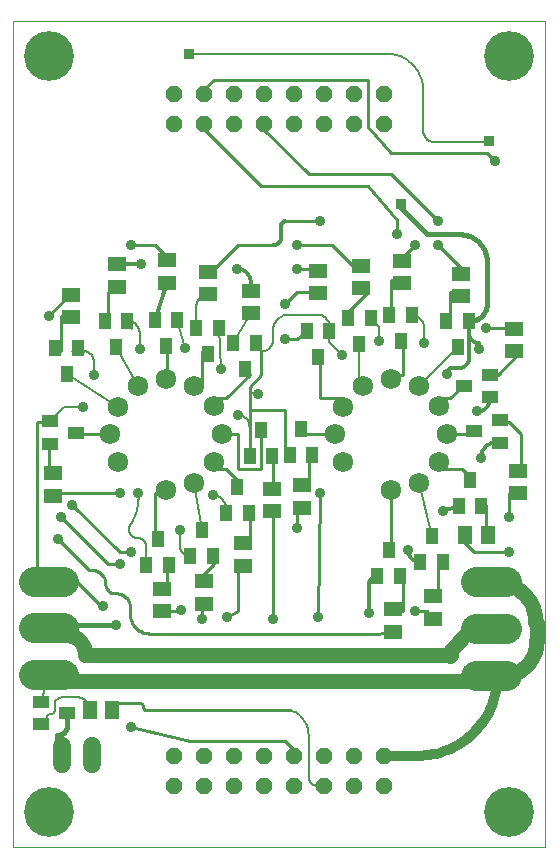
<source format=gbl>
G75*
G70*
%OFA0B0*%
%FSLAX24Y24*%
%IPPOS*%
%LPD*%
%AMOC8*
5,1,8,0,0,1.08239X$1,22.5*
%
%ADD10C,0.0000*%
%ADD11C,0.0679*%
%ADD12OC8,0.0560*%
%ADD13R,0.0551X0.0394*%
%ADD14R,0.0394X0.0551*%
%ADD15R,0.0630X0.0512*%
%ADD16R,0.0512X0.0630*%
%ADD17C,0.1004*%
%ADD18C,0.0600*%
%ADD19C,0.0100*%
%ADD20C,0.0079*%
%ADD21C,0.0120*%
%ADD22C,0.0360*%
%ADD23C,0.0356*%
%ADD24C,0.0500*%
%ADD25C,0.0320*%
%ADD26R,0.0356X0.0356*%
%ADD27C,0.0160*%
%ADD28C,0.1660*%
D10*
X000912Y000100D02*
X000912Y027659D01*
X018628Y027659D01*
X018628Y000100D01*
X000912Y000100D01*
D11*
X006014Y012004D03*
X006922Y012258D03*
X007609Y012954D03*
X007855Y013876D03*
X007601Y014798D03*
X006923Y015465D03*
X006006Y015720D03*
X005066Y015474D03*
X004399Y014790D03*
X004138Y013868D03*
X004388Y012946D03*
X011638Y013868D03*
X011888Y012946D03*
X011899Y014790D03*
X012566Y015474D03*
X013506Y015720D03*
X014423Y015465D03*
X015101Y014798D03*
X015355Y013876D03*
X015109Y012954D03*
X014422Y012258D03*
X013514Y012004D03*
D12*
X013254Y003151D03*
X013254Y002151D03*
X012254Y002151D03*
X012254Y003151D03*
X011254Y003151D03*
X011254Y002151D03*
X010254Y002151D03*
X010254Y003151D03*
X009254Y003151D03*
X009254Y002151D03*
X008254Y002151D03*
X008254Y003151D03*
X007254Y003151D03*
X007254Y002151D03*
X006254Y002151D03*
X006254Y003151D03*
X006254Y024222D03*
X006254Y025222D03*
X007254Y025222D03*
X007254Y024222D03*
X008254Y024222D03*
X008254Y025222D03*
X009254Y025222D03*
X009254Y024222D03*
X010254Y024222D03*
X010254Y025222D03*
X011254Y025222D03*
X011254Y024222D03*
X012254Y024222D03*
X012254Y025222D03*
X013254Y025222D03*
X013254Y024222D03*
D13*
X016790Y015848D03*
X016790Y015100D03*
X017144Y014340D03*
X017144Y013592D03*
X016278Y013966D03*
X015923Y015474D03*
X002986Y013927D03*
X002120Y014301D03*
X002120Y013553D03*
X001837Y004954D03*
X001837Y004206D03*
X002703Y004580D03*
D14*
X005345Y009498D03*
X005719Y010364D03*
X006093Y009498D03*
X006813Y009813D03*
X007187Y010679D03*
X007561Y009813D03*
X008006Y011230D03*
X008380Y012096D03*
X008754Y011230D03*
X008801Y013143D03*
X009175Y014009D03*
X009549Y013143D03*
X010124Y013191D03*
X010498Y014057D03*
X010872Y013191D03*
X011061Y016443D03*
X010687Y017309D03*
X011435Y017309D03*
X012077Y017742D03*
X012451Y016876D03*
X012825Y017742D03*
X013447Y017828D03*
X013821Y016962D03*
X014195Y017828D03*
X015349Y017631D03*
X015723Y016765D03*
X016097Y017631D03*
X016144Y012332D03*
X016518Y011466D03*
X015770Y011466D03*
X014853Y010474D03*
X015227Y009608D03*
X014479Y009608D03*
X013797Y009135D03*
X013049Y009135D03*
X013423Y010002D03*
X008994Y016899D03*
X008620Y016033D03*
X008246Y016899D03*
X007762Y017411D03*
X007388Y016545D03*
X007014Y017411D03*
X006372Y017687D03*
X005998Y016820D03*
X005624Y017687D03*
X004707Y017647D03*
X004333Y016781D03*
X003959Y017647D03*
X003061Y016734D03*
X002687Y015868D03*
X002313Y016734D03*
D15*
X002821Y017765D03*
X002821Y018513D03*
X004384Y018789D03*
X004384Y019537D03*
X006038Y019663D03*
X006038Y018915D03*
X007416Y019277D03*
X007416Y018529D03*
X008833Y018655D03*
X008833Y017907D03*
X011081Y018565D03*
X011081Y019313D03*
X012498Y019478D03*
X012498Y018730D03*
X013876Y018895D03*
X013876Y019643D03*
X015845Y019218D03*
X015845Y018470D03*
X017616Y017376D03*
X017616Y016628D03*
X017750Y012659D03*
X017750Y011911D03*
X014916Y008470D03*
X014916Y007722D03*
X013577Y008029D03*
X013577Y007281D03*
X010538Y011419D03*
X010538Y012167D03*
X009526Y012049D03*
X009526Y011301D03*
X008581Y010230D03*
X008581Y009482D03*
X007282Y008962D03*
X007282Y008214D03*
X005860Y007966D03*
X005860Y008714D03*
X002238Y011817D03*
X002238Y012565D03*
D16*
X003455Y004694D03*
X004203Y004694D03*
X015983Y010506D03*
X016731Y010506D03*
D17*
X016351Y008931D02*
X017355Y008931D01*
X017355Y007372D02*
X016351Y007372D01*
X016351Y005813D02*
X017355Y005813D01*
X002591Y005836D02*
X001587Y005836D01*
X001587Y007395D02*
X002591Y007395D01*
X002591Y008954D02*
X001587Y008954D01*
D18*
X002538Y003471D02*
X002538Y002871D01*
X003538Y002871D02*
X003538Y003471D01*
D19*
X004203Y004694D02*
X004203Y004769D01*
X004205Y004790D01*
X004210Y004810D01*
X004218Y004830D01*
X004229Y004848D01*
X004242Y004864D01*
X004258Y004877D01*
X004276Y004888D01*
X004296Y004896D01*
X004316Y004901D01*
X004337Y004903D01*
X005124Y004903D01*
X005144Y004901D01*
X005164Y004896D01*
X005183Y004887D01*
X005200Y004875D01*
X005214Y004861D01*
X005226Y004844D01*
X005235Y004825D01*
X005240Y004805D01*
X005242Y004785D01*
X005244Y004765D01*
X005249Y004745D01*
X005258Y004726D01*
X005270Y004709D01*
X005284Y004695D01*
X005301Y004683D01*
X005320Y004674D01*
X005340Y004669D01*
X005360Y004667D01*
X010164Y004667D01*
X009967Y003643D02*
X010360Y003250D01*
X010254Y003151D01*
X009967Y003643D02*
X006817Y003643D01*
X004849Y004116D01*
X005439Y007226D02*
X012998Y007226D01*
X013577Y007281D01*
X013510Y007974D02*
X013577Y008029D01*
X013510Y007974D02*
X013904Y007974D01*
X013904Y009155D01*
X013797Y009135D01*
X013510Y009943D02*
X013423Y010002D01*
X013510Y009943D02*
X013510Y011911D01*
X013514Y012004D01*
X015085Y012698D02*
X015109Y012954D01*
X015085Y012698D02*
X015872Y012698D01*
X016266Y012305D01*
X016144Y012332D01*
X016518Y011466D02*
X016660Y011517D01*
X016660Y010730D01*
X016731Y010506D01*
X016266Y009943D02*
X017447Y009943D01*
X017447Y011124D02*
X017447Y011911D01*
X017750Y011911D01*
X017750Y012659D02*
X017841Y012698D01*
X017841Y013880D01*
X017447Y014273D01*
X017053Y014273D01*
X017144Y014340D01*
X016278Y013966D02*
X016266Y013880D01*
X015479Y013880D01*
X015355Y013876D01*
X015101Y014798D02*
X015085Y015061D01*
X015479Y015061D01*
X015872Y015454D01*
X015923Y015474D01*
X016790Y015848D02*
X017053Y015848D01*
X017841Y016635D01*
X017616Y016628D01*
X017616Y017376D02*
X017447Y017423D01*
X016660Y017423D01*
X015845Y018470D02*
X015872Y018604D01*
X015479Y018604D01*
X015479Y017817D01*
X015349Y017631D01*
X015845Y019218D02*
X015872Y019391D01*
X015085Y020179D01*
X015085Y020966D02*
X013510Y022541D01*
X010754Y022541D01*
X009179Y024116D01*
X009254Y024222D01*
X007211Y024116D02*
X009179Y022147D01*
X012723Y022147D01*
X013707Y021006D01*
X013707Y020533D01*
X014297Y020179D02*
X013904Y019785D01*
X013876Y019643D01*
X013904Y018998D02*
X013510Y018998D01*
X013510Y017817D01*
X013447Y017828D01*
X013904Y017029D02*
X013821Y016962D01*
X013904Y017029D02*
X013904Y015848D01*
X013510Y015848D01*
X013506Y015720D01*
X012077Y017742D02*
X011935Y017817D01*
X012723Y018604D01*
X012498Y018730D01*
X012329Y019391D02*
X012498Y019478D01*
X012329Y019391D02*
X011542Y020179D01*
X010360Y020179D01*
X010360Y019391D02*
X011148Y019391D01*
X011081Y019313D01*
X011148Y018604D02*
X011081Y018565D01*
X011148Y018604D02*
X010360Y018604D01*
X009967Y018210D01*
X010754Y017423D02*
X010360Y017029D01*
X009967Y017029D01*
X010687Y017309D02*
X010754Y017423D01*
X011061Y016443D02*
X011148Y016242D01*
X011148Y015061D01*
X011935Y015061D01*
X011899Y014790D01*
X011638Y013868D02*
X011542Y013880D01*
X010360Y013880D01*
X010498Y014057D01*
X009967Y014667D02*
X009967Y013092D01*
X010124Y013191D01*
X009573Y013092D02*
X009549Y013143D01*
X009573Y013092D02*
X009573Y011911D01*
X009526Y012049D01*
X009179Y012698D02*
X008392Y012698D01*
X008392Y013880D01*
X007998Y013880D01*
X007855Y013876D01*
X007609Y012954D02*
X007605Y012698D01*
X007998Y012698D01*
X008392Y012305D01*
X008380Y012096D01*
X008754Y011230D02*
X008786Y011124D01*
X008786Y010336D01*
X008581Y010230D01*
X008392Y009549D02*
X008581Y009482D01*
X008392Y009549D02*
X008392Y007974D01*
X008038Y007777D01*
X007211Y007698D02*
X007211Y007974D01*
X007282Y008214D01*
X007282Y008962D02*
X007211Y009155D01*
X007605Y009549D01*
X007561Y009813D01*
X006502Y008013D02*
X006500Y008001D01*
X006496Y007989D01*
X006488Y007980D01*
X006478Y007972D01*
X006467Y007968D01*
X006455Y007966D01*
X005860Y007966D01*
X005439Y007226D02*
X005390Y007228D01*
X005340Y007234D01*
X005292Y007243D01*
X005244Y007257D01*
X005198Y007274D01*
X005153Y007295D01*
X005110Y007319D01*
X005069Y007346D01*
X005030Y007377D01*
X004994Y007411D01*
X004960Y007447D01*
X004929Y007486D01*
X004902Y007527D01*
X004878Y007570D01*
X004857Y007615D01*
X004840Y007661D01*
X004826Y007709D01*
X004817Y007757D01*
X004811Y007807D01*
X004809Y007856D01*
X004809Y008092D01*
X004807Y008133D01*
X004802Y008174D01*
X004793Y008214D01*
X004781Y008253D01*
X004765Y008291D01*
X004746Y008328D01*
X004724Y008363D01*
X004699Y008395D01*
X004671Y008426D01*
X004640Y008454D01*
X004608Y008479D01*
X004573Y008501D01*
X004536Y008520D01*
X004498Y008536D01*
X004459Y008548D01*
X004419Y008557D01*
X004378Y008562D01*
X004337Y008564D01*
X004337Y008565D02*
X004297Y008565D01*
X004264Y008567D01*
X004232Y008572D01*
X004200Y008580D01*
X004169Y008592D01*
X004140Y008607D01*
X004112Y008625D01*
X004086Y008646D01*
X004063Y008669D01*
X004042Y008695D01*
X004024Y008722D01*
X004009Y008752D01*
X003997Y008783D01*
X003989Y008815D01*
X003984Y008847D01*
X003982Y008880D01*
X003980Y008921D01*
X003975Y008962D01*
X003966Y009002D01*
X003954Y009041D01*
X003938Y009079D01*
X003919Y009116D01*
X003897Y009151D01*
X003872Y009183D01*
X003844Y009214D01*
X003813Y009242D01*
X003781Y009267D01*
X003746Y009289D01*
X003709Y009308D01*
X003671Y009324D01*
X003632Y009336D01*
X003592Y009345D01*
X003551Y009350D01*
X003510Y009352D01*
X003431Y009352D01*
X002408Y010376D01*
X002486Y011124D02*
X004061Y009549D01*
X004455Y009549D01*
X004455Y009943D02*
X004849Y009943D01*
X004455Y009943D02*
X002880Y011517D01*
X002486Y011911D02*
X002238Y011817D01*
X002486Y011911D02*
X004455Y011911D01*
X005636Y011911D02*
X005636Y010336D01*
X005719Y010364D01*
X006030Y009549D02*
X006093Y009498D01*
X006030Y009549D02*
X006030Y008761D01*
X005860Y008714D01*
X006030Y011911D02*
X005636Y011911D01*
X006014Y012004D02*
X006030Y011911D01*
X004138Y013868D02*
X004061Y013880D01*
X002880Y013880D01*
X002986Y013927D01*
X002120Y014301D02*
X002093Y014273D01*
X001699Y014273D01*
X001699Y009155D01*
X002089Y008954D01*
X002089Y007395D02*
X002093Y007187D01*
X002089Y005836D02*
X002093Y005651D01*
X002238Y012565D02*
X002093Y012698D01*
X002093Y013486D01*
X002120Y013553D01*
X002486Y016635D02*
X002313Y016734D01*
X002486Y016635D02*
X002486Y017817D01*
X002880Y017817D01*
X002821Y017765D01*
X002821Y018513D02*
X002880Y018604D01*
X002093Y017817D01*
X002880Y016635D02*
X003061Y016734D01*
X002880Y016635D02*
X003274Y016635D01*
X003959Y017647D02*
X004061Y017817D01*
X004061Y018604D01*
X004455Y018604D01*
X004384Y018789D01*
X004707Y017647D02*
X004849Y017423D01*
X005998Y016820D02*
X006030Y016635D01*
X006030Y015848D01*
X006006Y015720D01*
X006923Y015465D02*
X007211Y015454D01*
X007211Y016635D01*
X007388Y016545D01*
X007605Y015061D02*
X007601Y014798D01*
X007605Y015061D02*
X007998Y015061D01*
X008786Y015848D01*
X008620Y016033D01*
X009179Y015848D02*
X008786Y015454D01*
X008786Y015257D01*
X008786Y014667D01*
X009967Y014667D01*
X009175Y014009D02*
X009179Y013880D01*
X009179Y012698D01*
X008786Y013092D02*
X008801Y013143D01*
X008786Y013092D02*
X008786Y014667D01*
X009179Y015848D02*
X009179Y016635D01*
X008994Y016899D01*
X007605Y019391D02*
X007416Y019277D01*
X007605Y019391D02*
X008392Y020179D01*
X009573Y020179D01*
X009967Y020966D02*
X011148Y020966D01*
X013510Y023250D02*
X012723Y024116D01*
X012723Y025691D01*
X007605Y025691D01*
X007211Y025297D01*
X007254Y025222D01*
X007254Y024222D02*
X007211Y024116D01*
X005636Y020179D02*
X004849Y020179D01*
X005636Y020179D02*
X006030Y019785D01*
X006038Y019663D01*
X010872Y013191D02*
X010754Y013092D01*
X010754Y012305D01*
X010538Y012167D01*
X010360Y011517D02*
X010538Y011419D01*
X010360Y011517D02*
X010360Y010730D01*
X009573Y011124D02*
X009526Y011301D01*
X009573Y011124D02*
X009573Y007698D01*
X011069Y007777D02*
X011148Y011911D01*
X014297Y007974D02*
X014691Y007974D01*
X014916Y007722D01*
X015085Y008368D02*
X014916Y008470D01*
X015085Y008368D02*
X015085Y009549D01*
X015227Y009608D01*
X015872Y010336D02*
X015983Y010506D01*
X015872Y010336D02*
X016266Y009943D01*
X016853Y007372D02*
X016660Y007187D01*
X016853Y005813D02*
X016660Y005651D01*
X013876Y018895D02*
X013904Y018998D01*
X013510Y023250D02*
X016699Y023250D01*
X016975Y022974D01*
D20*
X016738Y023604D02*
X014967Y023604D01*
X014928Y023606D01*
X014890Y023612D01*
X014853Y023621D01*
X014816Y023634D01*
X014781Y023651D01*
X014748Y023670D01*
X014717Y023693D01*
X014688Y023719D01*
X014662Y023748D01*
X014639Y023779D01*
X014620Y023812D01*
X014603Y023847D01*
X014590Y023884D01*
X014581Y023921D01*
X014575Y023959D01*
X014573Y023998D01*
X014573Y025336D01*
X014571Y025404D01*
X014565Y025473D01*
X014556Y025540D01*
X014542Y025607D01*
X014525Y025674D01*
X014505Y025739D01*
X014480Y025803D01*
X014452Y025865D01*
X014421Y025926D01*
X014386Y025985D01*
X014348Y026042D01*
X014307Y026097D01*
X014263Y026149D01*
X014216Y026199D01*
X014166Y026246D01*
X014114Y026290D01*
X014059Y026331D01*
X014002Y026369D01*
X013943Y026404D01*
X013882Y026435D01*
X013820Y026463D01*
X013756Y026488D01*
X013691Y026508D01*
X013624Y026525D01*
X013557Y026539D01*
X013490Y026548D01*
X013421Y026554D01*
X013353Y026556D01*
X013353Y026557D02*
X006778Y026557D01*
X007014Y018128D02*
X007014Y017411D01*
X006372Y017687D02*
X006620Y016754D01*
X007014Y018128D02*
X007016Y018165D01*
X007021Y018202D01*
X007029Y018238D01*
X007041Y018273D01*
X007056Y018307D01*
X007074Y018340D01*
X007095Y018370D01*
X007119Y018399D01*
X007145Y018425D01*
X007174Y018449D01*
X007204Y018470D01*
X007237Y018488D01*
X007271Y018503D01*
X007306Y018515D01*
X007342Y018523D01*
X007379Y018528D01*
X007416Y018530D01*
X007762Y017411D02*
X007841Y016045D01*
X008246Y016899D02*
X008833Y017907D01*
X009573Y017029D02*
X009571Y016990D01*
X009565Y016952D01*
X009556Y016915D01*
X009543Y016878D01*
X009526Y016843D01*
X009507Y016810D01*
X009484Y016779D01*
X009458Y016750D01*
X009429Y016724D01*
X009398Y016701D01*
X009365Y016682D01*
X009330Y016665D01*
X009293Y016652D01*
X009256Y016643D01*
X009218Y016637D01*
X009179Y016635D01*
X009573Y017029D02*
X009573Y017344D01*
X009575Y017386D01*
X009580Y017428D01*
X009589Y017470D01*
X009601Y017510D01*
X009616Y017550D01*
X009635Y017588D01*
X009656Y017624D01*
X009681Y017658D01*
X009708Y017691D01*
X009738Y017721D01*
X009771Y017748D01*
X009805Y017773D01*
X009841Y017794D01*
X009879Y017813D01*
X009919Y017828D01*
X009959Y017840D01*
X010001Y017849D01*
X010043Y017854D01*
X010085Y017856D01*
X011069Y017856D01*
X011105Y017854D01*
X011140Y017849D01*
X011175Y017840D01*
X011209Y017828D01*
X011242Y017813D01*
X011272Y017794D01*
X011301Y017773D01*
X011328Y017749D01*
X011352Y017722D01*
X011373Y017693D01*
X011392Y017663D01*
X011407Y017630D01*
X011419Y017596D01*
X011428Y017561D01*
X011433Y017526D01*
X011435Y017490D01*
X011435Y017309D01*
X011435Y016939D01*
X011857Y016517D01*
X012451Y016876D02*
X012451Y015589D01*
X012453Y015569D01*
X012458Y015550D01*
X012466Y015532D01*
X012478Y015515D01*
X012492Y015501D01*
X012508Y015489D01*
X012527Y015481D01*
X012546Y015476D01*
X012566Y015474D01*
X013116Y016990D02*
X013116Y017450D01*
X012825Y017742D01*
X014195Y017828D02*
X014233Y017826D01*
X014272Y017821D01*
X014309Y017812D01*
X014346Y017800D01*
X014381Y017784D01*
X014415Y017766D01*
X014446Y017744D01*
X014476Y017719D01*
X014503Y017692D01*
X014528Y017662D01*
X014550Y017631D01*
X014568Y017597D01*
X014584Y017562D01*
X014596Y017525D01*
X014605Y017488D01*
X014610Y017449D01*
X014612Y017411D01*
X014612Y016911D01*
X015723Y016765D02*
X014423Y015465D01*
X014422Y012258D02*
X014853Y010474D01*
X010754Y003840D02*
X010754Y002462D01*
X010756Y002429D01*
X010761Y002397D01*
X010769Y002366D01*
X010781Y002336D01*
X010796Y002306D01*
X010813Y002279D01*
X010834Y002254D01*
X010857Y002231D01*
X010882Y002210D01*
X010910Y002193D01*
X010939Y002178D01*
X010969Y002166D01*
X011000Y002158D01*
X011032Y002153D01*
X011065Y002151D01*
X011254Y002151D01*
X010754Y003840D02*
X010752Y003897D01*
X010747Y003954D01*
X010737Y004010D01*
X010724Y004066D01*
X010708Y004120D01*
X010688Y004174D01*
X010664Y004226D01*
X010637Y004276D01*
X010607Y004325D01*
X010574Y004371D01*
X010538Y004415D01*
X010499Y004457D01*
X010458Y004496D01*
X010414Y004532D01*
X010367Y004566D01*
X010319Y004596D01*
X010269Y004623D01*
X010217Y004647D01*
X010163Y004667D01*
X006813Y009813D02*
X006776Y009815D01*
X006740Y009821D01*
X006705Y009830D01*
X006671Y009843D01*
X006638Y009860D01*
X006607Y009880D01*
X006579Y009903D01*
X006553Y009929D01*
X006530Y009957D01*
X006510Y009988D01*
X006493Y010021D01*
X006480Y010055D01*
X006471Y010090D01*
X006465Y010126D01*
X006463Y010163D01*
X006463Y010691D01*
X007187Y010679D02*
X006922Y012258D01*
X007565Y011832D02*
X007606Y011830D01*
X007646Y011824D01*
X007686Y011815D01*
X007724Y011802D01*
X007762Y011786D01*
X007797Y011766D01*
X007831Y011743D01*
X007862Y011717D01*
X007891Y011688D01*
X007917Y011657D01*
X007940Y011623D01*
X007960Y011588D01*
X007976Y011550D01*
X007989Y011512D01*
X007998Y011472D01*
X008004Y011432D01*
X008006Y011391D01*
X008006Y011230D01*
X008786Y013092D02*
X008786Y014116D01*
X008784Y014155D01*
X008778Y014193D01*
X008769Y014230D01*
X008756Y014267D01*
X008739Y014302D01*
X008720Y014335D01*
X008697Y014366D01*
X008671Y014395D01*
X008642Y014421D01*
X008611Y014444D01*
X008578Y014463D01*
X008543Y014480D01*
X008506Y014493D01*
X008469Y014502D01*
X008431Y014508D01*
X008392Y014510D01*
X008786Y015257D02*
X009022Y015257D01*
X009032Y015256D01*
X009042Y015252D01*
X009050Y015246D01*
X009056Y015237D01*
X009060Y015228D01*
X009061Y015218D01*
X005345Y010116D02*
X005345Y009498D01*
X005345Y010116D02*
X005343Y010149D01*
X005338Y010183D01*
X005328Y010215D01*
X005315Y010246D01*
X005299Y010275D01*
X005280Y010302D01*
X005257Y010327D01*
X005232Y010350D01*
X005205Y010369D01*
X005176Y010385D01*
X005145Y010398D01*
X005113Y010408D01*
X005079Y010413D01*
X005046Y010415D01*
X005014Y010417D01*
X004983Y010422D01*
X004953Y010431D01*
X004923Y010443D01*
X004896Y010459D01*
X004870Y010477D01*
X004846Y010498D01*
X004825Y010522D01*
X004807Y010548D01*
X004792Y010576D01*
X004780Y010605D01*
X004772Y010635D01*
X004767Y010667D01*
X004765Y010698D01*
X004767Y010730D01*
X004773Y010761D01*
X004782Y010791D01*
X004794Y010821D01*
X004810Y010848D01*
X004854Y010922D01*
X004896Y010997D01*
X004933Y011075D01*
X004966Y011154D01*
X004996Y011234D01*
X005022Y011316D01*
X005043Y011400D01*
X005061Y011484D01*
X005074Y011569D01*
X005083Y011654D01*
X005088Y011740D01*
X005089Y011826D01*
X005085Y011911D01*
X004399Y014790D02*
X002687Y015868D01*
X003274Y016635D02*
X003307Y016633D01*
X003339Y016628D01*
X003371Y016620D01*
X003402Y016608D01*
X003431Y016593D01*
X003459Y016575D01*
X003485Y016554D01*
X003508Y016531D01*
X003529Y016505D01*
X003547Y016477D01*
X003562Y016448D01*
X003574Y016417D01*
X003582Y016385D01*
X003587Y016353D01*
X003589Y016320D01*
X003589Y015848D01*
X003234Y014785D02*
X002605Y014785D01*
X002120Y014301D01*
X005066Y015474D02*
X004333Y016781D01*
X005124Y017230D02*
X005122Y017268D01*
X005117Y017307D01*
X005108Y017344D01*
X005096Y017381D01*
X005080Y017416D01*
X005062Y017450D01*
X005040Y017481D01*
X005015Y017511D01*
X004988Y017538D01*
X004958Y017563D01*
X004927Y017585D01*
X004893Y017603D01*
X004858Y017619D01*
X004821Y017631D01*
X004784Y017640D01*
X004745Y017645D01*
X004707Y017647D01*
X005124Y017230D02*
X005124Y016714D01*
X002089Y005836D02*
X001837Y004954D01*
X002171Y004549D02*
X002191Y004551D01*
X002211Y004556D01*
X002230Y004565D01*
X002247Y004577D01*
X002261Y004591D01*
X002273Y004608D01*
X002282Y004627D01*
X002287Y004647D01*
X002289Y004667D01*
X002290Y004667D02*
X002290Y004864D01*
X002292Y004892D01*
X002297Y004920D01*
X002305Y004948D01*
X002317Y004974D01*
X002332Y004998D01*
X002349Y005020D01*
X002370Y005041D01*
X002392Y005058D01*
X002416Y005073D01*
X002442Y005085D01*
X002470Y005093D01*
X002498Y005098D01*
X002526Y005100D01*
X003049Y005100D01*
X003086Y005098D01*
X003124Y005093D01*
X003160Y005085D01*
X003196Y005073D01*
X003230Y005057D01*
X003263Y005039D01*
X003294Y005018D01*
X003323Y004994D01*
X003349Y004968D01*
X003373Y004939D01*
X003394Y004908D01*
X003412Y004875D01*
X003428Y004841D01*
X003440Y004805D01*
X003448Y004769D01*
X003453Y004731D01*
X003455Y004694D01*
X002171Y004549D02*
X002148Y004547D01*
X002125Y004542D01*
X002103Y004533D01*
X002083Y004520D01*
X002066Y004505D01*
X002051Y004487D01*
X002039Y004467D01*
X002030Y004446D01*
X002025Y004423D01*
X002023Y004399D01*
X002025Y004376D01*
X002031Y004353D01*
X002040Y004332D01*
X002053Y004312D01*
X002053Y004313D02*
X002065Y004294D01*
X002073Y004274D01*
X002077Y004253D01*
X002078Y004232D01*
X002075Y004210D01*
X002068Y004190D01*
X002057Y004171D01*
X002044Y004154D01*
X002028Y004140D01*
X002009Y004129D01*
X001989Y004121D01*
X001968Y004117D01*
X001946Y004116D01*
X001925Y004120D01*
X001905Y004127D01*
X001886Y004137D01*
X001869Y004151D01*
X001855Y004167D01*
X001844Y004186D01*
X001836Y004206D01*
X016738Y023604D02*
X016748Y023605D01*
X016757Y023609D01*
X016766Y023615D01*
X016772Y023623D01*
X016776Y023633D01*
X016777Y023643D01*
D21*
X016097Y017631D02*
X016097Y016387D01*
X016095Y016353D01*
X016089Y016320D01*
X016080Y016287D01*
X016067Y016256D01*
X016051Y016226D01*
X016031Y016198D01*
X016008Y016173D01*
X015983Y016150D01*
X015955Y016130D01*
X015925Y016114D01*
X015894Y016101D01*
X015861Y016092D01*
X015828Y016086D01*
X015794Y016084D01*
X015557Y016084D01*
X015531Y016082D01*
X015506Y016077D01*
X015482Y016069D01*
X015458Y016058D01*
X015437Y016043D01*
X015418Y016026D01*
X015401Y016007D01*
X015386Y015986D01*
X015375Y015962D01*
X015367Y015938D01*
X015362Y015913D01*
X015360Y015887D01*
X016384Y014627D02*
X016421Y014629D01*
X016459Y014634D01*
X016495Y014642D01*
X016531Y014654D01*
X016565Y014670D01*
X016598Y014688D01*
X016629Y014709D01*
X016658Y014733D01*
X016684Y014759D01*
X016708Y014788D01*
X016729Y014819D01*
X016747Y014852D01*
X016763Y014886D01*
X016775Y014922D01*
X016783Y014958D01*
X016788Y014996D01*
X016790Y015033D01*
X016790Y015100D01*
X017002Y013592D02*
X017144Y013592D01*
X017002Y013592D02*
X016958Y013590D01*
X016915Y013584D01*
X016873Y013575D01*
X016831Y013562D01*
X016791Y013545D01*
X016752Y013525D01*
X016715Y013502D01*
X016681Y013475D01*
X016648Y013446D01*
X016619Y013413D01*
X016592Y013379D01*
X016569Y013342D01*
X016549Y013303D01*
X016532Y013263D01*
X016519Y013221D01*
X016510Y013179D01*
X016504Y013136D01*
X016502Y013092D01*
X015770Y011466D02*
X015242Y011320D01*
X014062Y010021D02*
X014064Y009983D01*
X014069Y009945D01*
X014078Y009908D01*
X014090Y009872D01*
X014105Y009837D01*
X014124Y009804D01*
X014145Y009772D01*
X014170Y009743D01*
X014197Y009716D01*
X014226Y009691D01*
X014258Y009670D01*
X014291Y009651D01*
X014326Y009636D01*
X014362Y009624D01*
X014399Y009615D01*
X014437Y009610D01*
X014475Y009608D01*
X014479Y009608D01*
X013049Y009135D02*
X013017Y009133D01*
X012985Y009128D01*
X012954Y009119D01*
X012924Y009107D01*
X012896Y009091D01*
X012870Y009072D01*
X012846Y009051D01*
X012825Y009027D01*
X012806Y009001D01*
X012790Y008973D01*
X012778Y008943D01*
X012769Y008912D01*
X012764Y008880D01*
X012762Y008848D01*
X012762Y007895D01*
X016423Y016714D02*
X016423Y016911D01*
X016389Y016913D01*
X016355Y016918D01*
X016322Y016927D01*
X016290Y016939D01*
X016260Y016955D01*
X016231Y016973D01*
X016204Y016995D01*
X016180Y017019D01*
X016158Y017046D01*
X016140Y017074D01*
X016124Y017105D01*
X016112Y017137D01*
X016103Y017170D01*
X016098Y017204D01*
X016096Y017238D01*
X016097Y017238D02*
X016097Y017631D01*
X009849Y020454D02*
X009849Y020848D01*
X009851Y020868D01*
X009856Y020888D01*
X009865Y020907D01*
X009877Y020924D01*
X009891Y020938D01*
X009908Y020950D01*
X009927Y020959D01*
X009947Y020964D01*
X009967Y020966D01*
X009849Y020454D02*
X009847Y020423D01*
X009842Y020393D01*
X009834Y020363D01*
X009822Y020334D01*
X009807Y020307D01*
X009789Y020282D01*
X009768Y020259D01*
X009745Y020238D01*
X009720Y020220D01*
X009693Y020205D01*
X009664Y020193D01*
X009634Y020185D01*
X009604Y020180D01*
X009573Y020178D01*
X008833Y018911D02*
X008833Y018655D01*
X008833Y018911D02*
X008831Y018953D01*
X008826Y018994D01*
X008817Y019035D01*
X008804Y019075D01*
X008788Y019114D01*
X008769Y019151D01*
X008746Y019186D01*
X008721Y019220D01*
X008692Y019250D01*
X008662Y019279D01*
X008628Y019304D01*
X008593Y019327D01*
X008556Y019346D01*
X008517Y019362D01*
X008477Y019375D01*
X008436Y019384D01*
X008395Y019389D01*
X008353Y019391D01*
X006038Y018915D02*
X005624Y017687D01*
X005164Y019549D02*
X004396Y019549D01*
X004391Y019548D01*
X004388Y019545D01*
X004385Y019542D01*
X004384Y019537D01*
X003038Y008958D02*
X002290Y008958D01*
X003038Y008958D02*
X003904Y008092D01*
D22*
X004455Y009549D03*
X004849Y009943D03*
X004455Y011911D03*
X002880Y011517D03*
X002486Y011124D03*
X002093Y017817D03*
X004849Y020179D03*
X009967Y018210D03*
X009967Y017029D03*
X010360Y019391D03*
X010360Y020179D03*
X011148Y020966D03*
X014297Y020179D03*
X015085Y020179D03*
X015085Y020966D03*
X016975Y022974D03*
X016660Y017423D03*
X017447Y011124D03*
X017447Y009943D03*
X011148Y011911D03*
X010360Y010730D03*
X011069Y007777D03*
X009573Y007698D03*
X008038Y007777D03*
X007211Y007698D03*
X004849Y004116D03*
D23*
X004337Y007502D03*
X003904Y008131D03*
X002408Y010376D03*
X005085Y011911D03*
X006463Y010691D03*
X007565Y011832D03*
X008392Y014509D03*
X009061Y015218D03*
X007841Y016045D03*
X006620Y016754D03*
X005124Y016714D03*
X003589Y015848D03*
X003234Y014785D03*
X005164Y019549D03*
X008353Y019391D03*
X011857Y016517D03*
X013116Y016990D03*
X014612Y016911D03*
X015360Y015887D03*
X016384Y014628D03*
X016502Y013092D03*
X015242Y011320D03*
X014061Y010021D03*
X014297Y007974D03*
X012762Y007895D03*
X016423Y016714D03*
X013707Y020533D03*
X006502Y008013D03*
D24*
X003313Y006517D02*
X015439Y006517D01*
X015449Y006516D01*
X015459Y006512D01*
X015467Y006506D01*
X015473Y006497D01*
X015477Y006488D01*
X015478Y006478D01*
X015479Y006478D02*
X015492Y006517D01*
X015492Y006688D01*
X016109Y007305D01*
X016786Y007305D01*
X016853Y007372D01*
X018313Y007620D02*
X018311Y007691D01*
X018305Y007762D01*
X018296Y007832D01*
X018282Y007902D01*
X018265Y007971D01*
X018244Y008039D01*
X018220Y008105D01*
X018192Y008170D01*
X018160Y008234D01*
X018125Y008296D01*
X018087Y008356D01*
X018046Y008413D01*
X018001Y008469D01*
X017954Y008522D01*
X017904Y008572D01*
X017851Y008619D01*
X017795Y008664D01*
X017738Y008705D01*
X017678Y008743D01*
X017616Y008778D01*
X017552Y008810D01*
X017487Y008838D01*
X017421Y008862D01*
X017353Y008883D01*
X017284Y008900D01*
X017214Y008914D01*
X017144Y008923D01*
X017073Y008929D01*
X017002Y008931D01*
X016853Y008931D01*
X018352Y006990D02*
X018350Y006924D01*
X018345Y006858D01*
X018335Y006793D01*
X018322Y006728D01*
X018306Y006664D01*
X018286Y006601D01*
X018262Y006540D01*
X018235Y006479D01*
X018205Y006421D01*
X018172Y006364D01*
X018135Y006309D01*
X018095Y006256D01*
X018053Y006206D01*
X018007Y006158D01*
X017959Y006112D01*
X017909Y006070D01*
X017856Y006030D01*
X017801Y005993D01*
X017744Y005960D01*
X017686Y005930D01*
X017625Y005903D01*
X017564Y005879D01*
X017501Y005859D01*
X017437Y005843D01*
X017372Y005830D01*
X017307Y005820D01*
X017241Y005815D01*
X017175Y005813D01*
X017053Y005813D01*
X016853Y005813D01*
X016691Y005651D01*
X002093Y005651D01*
X003313Y006517D02*
X003311Y006567D01*
X003306Y006617D01*
X003296Y006666D01*
X003283Y006714D01*
X003267Y006761D01*
X003247Y006807D01*
X003223Y006852D01*
X003197Y006894D01*
X003167Y006934D01*
X003134Y006972D01*
X003099Y007007D01*
X003061Y007040D01*
X003021Y007070D01*
X002979Y007096D01*
X002934Y007120D01*
X002888Y007140D01*
X002841Y007156D01*
X002793Y007169D01*
X002744Y007179D01*
X002694Y007184D01*
X002644Y007186D01*
X002644Y007187D02*
X002093Y007187D01*
X018313Y007619D02*
X018323Y007618D01*
X018333Y007614D01*
X018341Y007608D01*
X018347Y007599D01*
X018351Y007590D01*
X018352Y007580D01*
X018353Y007580D02*
X018353Y006990D01*
D25*
X017053Y005813D02*
X017050Y005686D01*
X017041Y005560D01*
X017026Y005434D01*
X017005Y005309D01*
X016978Y005186D01*
X016945Y005063D01*
X016907Y004943D01*
X016862Y004824D01*
X016813Y004708D01*
X016757Y004594D01*
X016696Y004483D01*
X016631Y004374D01*
X016560Y004269D01*
X016484Y004168D01*
X016403Y004070D01*
X016318Y003977D01*
X016228Y003887D01*
X016135Y003802D01*
X016037Y003721D01*
X015936Y003645D01*
X015831Y003574D01*
X015723Y003509D01*
X015611Y003448D01*
X015497Y003392D01*
X015381Y003343D01*
X015262Y003298D01*
X015142Y003260D01*
X015019Y003227D01*
X014896Y003200D01*
X014771Y003179D01*
X014645Y003164D01*
X014519Y003155D01*
X014392Y003152D01*
X014392Y003151D02*
X013254Y003151D01*
D26*
X013825Y021557D03*
X016778Y023643D03*
X006778Y026557D03*
D27*
X013825Y021557D02*
X013825Y021399D01*
X014691Y020533D01*
X015794Y020533D01*
X015794Y020534D02*
X015853Y020532D01*
X015912Y020526D01*
X015971Y020517D01*
X016028Y020503D01*
X016085Y020486D01*
X016141Y020465D01*
X016195Y020441D01*
X016247Y020413D01*
X016297Y020381D01*
X016346Y020347D01*
X016391Y020309D01*
X016435Y020269D01*
X016475Y020225D01*
X016513Y020180D01*
X016547Y020131D01*
X016579Y020081D01*
X016607Y020029D01*
X016631Y019975D01*
X016652Y019919D01*
X016669Y019862D01*
X016683Y019805D01*
X016692Y019746D01*
X016698Y019687D01*
X016700Y019628D01*
X016699Y019628D02*
X016699Y018234D01*
X016697Y018187D01*
X016692Y018140D01*
X016682Y018093D01*
X016670Y018048D01*
X016653Y018004D01*
X016633Y017961D01*
X016610Y017919D01*
X016584Y017880D01*
X016555Y017843D01*
X016523Y017808D01*
X016488Y017776D01*
X016451Y017747D01*
X016412Y017721D01*
X016370Y017698D01*
X016327Y017678D01*
X016283Y017661D01*
X016238Y017649D01*
X016191Y017639D01*
X016144Y017634D01*
X016097Y017632D01*
X004337Y007502D02*
X002089Y007502D01*
X002089Y007395D01*
X002703Y004580D02*
X002703Y004175D01*
X002701Y004140D01*
X002696Y004105D01*
X002687Y004071D01*
X002674Y004039D01*
X002658Y004007D01*
X002639Y003978D01*
X002617Y003951D01*
X002592Y003926D01*
X002565Y003904D01*
X002535Y003885D01*
X002504Y003869D01*
X002472Y003856D01*
X002438Y003847D01*
X002403Y003842D01*
X002368Y003840D01*
X002368Y003289D01*
X002538Y003289D01*
X002538Y003171D01*
D28*
X002093Y001281D03*
X017447Y001281D03*
X017447Y026478D03*
X002093Y026478D03*
M02*

</source>
